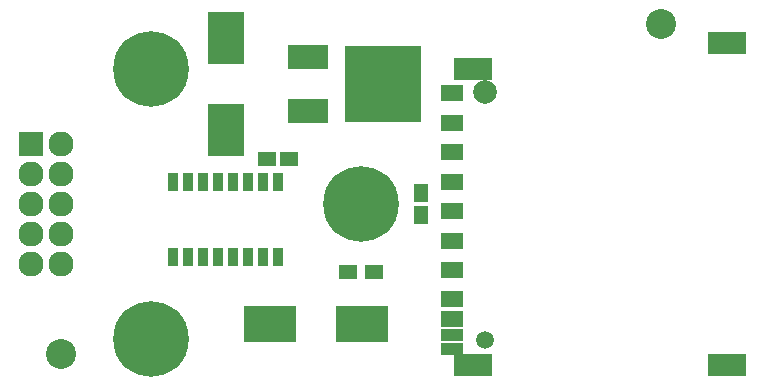
<source format=gbr>
G04 #@! TF.FileFunction,Soldermask,Top*
%FSLAX46Y46*%
G04 Gerber Fmt 4.6, Leading zero omitted, Abs format (unit mm)*
G04 Created by KiCad (PCBNEW 4.0.5+dfsg1-4) date Thu Feb 15 14:06:30 2018*
%MOMM*%
%LPD*%
G01*
G04 APERTURE LIST*
%ADD10C,0.100000*%
%ADD11R,3.100020X4.400500*%
%ADD12R,4.400500X3.100020*%
%ADD13R,1.600000X1.150000*%
%ADD14R,1.150000X1.600000*%
%ADD15R,1.901140X1.400760*%
%ADD16R,3.199080X1.901140*%
%ADD17R,1.901140X1.101040*%
%ADD18C,1.492200*%
%ADD19C,2.000200*%
%ADD20C,6.400000*%
%ADD21R,2.127200X2.127200*%
%ADD22O,2.127200X2.127200*%
%ADD23R,3.448000X2.051000*%
%ADD24R,6.496000X6.496000*%
%ADD25R,0.908000X1.543000*%
%ADD26R,1.600000X1.300000*%
%ADD27C,2.540000*%
G04 APERTURE END LIST*
D10*
D11*
X148590000Y-87551260D03*
X148590000Y-95328740D03*
D12*
X152321260Y-111760000D03*
X160098740Y-111760000D03*
D13*
X153985000Y-97790000D03*
X152085000Y-97790000D03*
D14*
X165100000Y-102550000D03*
X165100000Y-100650000D03*
D15*
X167754300Y-97226120D03*
X167754300Y-99725480D03*
X167754300Y-102224840D03*
X167754300Y-104724200D03*
X167754300Y-107226100D03*
X167754300Y-109649260D03*
X167754300Y-111351060D03*
X167754300Y-92224860D03*
D16*
X191056260Y-115249960D03*
X191056260Y-87950040D03*
X169555160Y-115249960D03*
X169555160Y-90149680D03*
D15*
X167754300Y-94724220D03*
D17*
X167754300Y-112649000D03*
X167754300Y-113850420D03*
D18*
X170555920Y-113101120D03*
D19*
X170555920Y-92100400D03*
D20*
X142240000Y-90170000D03*
X142240000Y-113030000D03*
D21*
X132080000Y-96520000D03*
D22*
X134620000Y-96520000D03*
X132080000Y-99060000D03*
X134620000Y-99060000D03*
X132080000Y-101600000D03*
X134620000Y-101600000D03*
X132080000Y-104140000D03*
X134620000Y-104140000D03*
X132080000Y-106680000D03*
X134620000Y-106680000D03*
D23*
X155575000Y-89154000D03*
D24*
X161925000Y-91440000D03*
D23*
X155575000Y-93726000D03*
D20*
X160020000Y-101600000D03*
D25*
X153035000Y-106045000D03*
X150495000Y-106045000D03*
X149225000Y-106045000D03*
X147955000Y-106045000D03*
X146685000Y-106045000D03*
X145415000Y-106045000D03*
X144145000Y-106045000D03*
X144145000Y-99695000D03*
X145415000Y-99695000D03*
X146685000Y-99695000D03*
X147955000Y-99695000D03*
X149225000Y-99695000D03*
X150495000Y-99695000D03*
X151765000Y-99695000D03*
X153035000Y-99695000D03*
X151765000Y-106045000D03*
D26*
X161120000Y-107315000D03*
X158920000Y-107315000D03*
D27*
X185420000Y-86360000D03*
X134620000Y-114300000D03*
M02*

</source>
